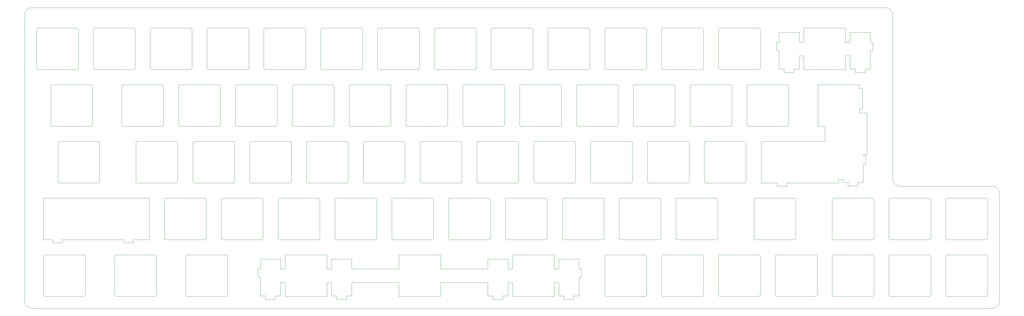
<source format=gm1>
G04 #@! TF.GenerationSoftware,KiCad,Pcbnew,(5.1.10)-1*
G04 #@! TF.CreationDate,2021-08-04T14:56:31+01:00*
G04 #@! TF.ProjectId,EnvKB65-SwitchPlate,456e764b-4236-4352-9d53-776974636850,rev?*
G04 #@! TF.SameCoordinates,Original*
G04 #@! TF.FileFunction,Profile,NP*
%FSLAX46Y46*%
G04 Gerber Fmt 4.6, Leading zero omitted, Abs format (unit mm)*
G04 Created by KiCad (PCBNEW (5.1.10)-1) date 2021-08-04 14:56:31*
%MOMM*%
%LPD*%
G01*
G04 APERTURE LIST*
G04 #@! TA.AperFunction,Profile*
%ADD10C,0.100000*%
G04 #@! TD*
G04 APERTURE END LIST*
D10*
X350025000Y-97650000D02*
X64012500Y-97650000D01*
X341450000Y-124803800D02*
X341450000Y-123553900D01*
X342581000Y-147304400D02*
X342581000Y-147078200D01*
X342581000Y-147078200D02*
X343831000Y-147078200D01*
X342360000Y-124803800D02*
X341450000Y-124803800D01*
X343831000Y-147078200D02*
X343831000Y-133078900D01*
X341450000Y-133078900D02*
X341450000Y-131553501D01*
X342360000Y-131553501D02*
X342360000Y-124803800D01*
X341450000Y-123553900D02*
X327450000Y-123553900D01*
X343831000Y-133078900D02*
X341450000Y-133078900D01*
X343405000Y-147304400D02*
X342581000Y-147304400D01*
X341450000Y-131553501D02*
X342360000Y-131553501D01*
X317054000Y-156603200D02*
X334306000Y-156603200D01*
X317054000Y-157573400D02*
X317054000Y-156603200D01*
X308400000Y-156603200D02*
X313755000Y-156603200D01*
X329830000Y-137553200D02*
X329830000Y-142603900D01*
X313755000Y-157573400D02*
X317054000Y-157573400D01*
X313755000Y-156603200D02*
X313755000Y-157573400D01*
X327450000Y-123553900D02*
X327450000Y-137553200D01*
X327450000Y-137553200D02*
X329830000Y-137553200D01*
X329830000Y-142603900D02*
X308400000Y-142603900D01*
X308400000Y-142603900D02*
X308400000Y-156603200D01*
X343405000Y-150103300D02*
X343405000Y-147304400D01*
X342581000Y-150103300D02*
X343405000Y-150103300D01*
X342581000Y-156373200D02*
X342581000Y-150103300D01*
X334306000Y-155353300D02*
X335830000Y-155353300D01*
X340856000Y-156373200D02*
X342581000Y-156373200D01*
X340856000Y-157573400D02*
X340856000Y-156373200D01*
X337555000Y-157573400D02*
X340856000Y-157573400D01*
X335830000Y-156373200D02*
X337555000Y-156373200D01*
X337555000Y-156373200D02*
X337555000Y-157573400D01*
X335830000Y-155353300D02*
X335830000Y-156373200D01*
X334306000Y-156603200D02*
X334306000Y-155353300D01*
X322688000Y-104503900D02*
X322688000Y-109204400D01*
X314413000Y-109204400D02*
X313587000Y-109204400D01*
X314413000Y-105974300D02*
X314413000Y-109204400D01*
X321162000Y-105974300D02*
X314413000Y-105974300D01*
X322688000Y-109204400D02*
X321162000Y-109204400D01*
X321162000Y-109204400D02*
X321162000Y-105974300D01*
X140580000Y-185404400D02*
X139755900Y-185404400D01*
X171131000Y-194473230D02*
X171131000Y-190004270D01*
X145605600Y-194473230D02*
X147331100Y-194473230D01*
X140580000Y-188203160D02*
X140580000Y-194473230D01*
X169406000Y-194473230D02*
X171131000Y-194473230D01*
X169406000Y-195673500D02*
X169406000Y-194473230D01*
X166105000Y-195673500D02*
X169406000Y-195673500D01*
X162855800Y-190004270D02*
X164380000Y-190004270D01*
X166105000Y-194473230D02*
X166105000Y-195673500D01*
X148855100Y-190004270D02*
X148855100Y-194703360D01*
X164380000Y-194473230D02*
X166105000Y-194473230D01*
X164380000Y-190004270D02*
X164380000Y-194473230D01*
X147331100Y-190004270D02*
X148855100Y-190004270D01*
X147331100Y-194473230D02*
X147331100Y-190004270D01*
X140580000Y-194473230D02*
X142305000Y-194473230D01*
X142305000Y-194473230D02*
X142305000Y-195673500D01*
X139755900Y-188203160D02*
X140580000Y-188203160D01*
X147331100Y-182174200D02*
X140580000Y-182174200D01*
X148855100Y-180703900D02*
X148855100Y-185404400D01*
X140580000Y-182174200D02*
X140580000Y-185404400D01*
X145605600Y-195673500D02*
X145605600Y-194473230D01*
X139755900Y-185404400D02*
X139755900Y-188203160D01*
X147331100Y-185404400D02*
X147331100Y-182174200D01*
X148855100Y-185404400D02*
X147331100Y-185404400D01*
X162855800Y-194703360D02*
X162855800Y-190004270D01*
X148855100Y-194703360D02*
X162855800Y-194703360D01*
X142305000Y-195673500D02*
X145605600Y-195673500D01*
X338213000Y-109204400D02*
X336687000Y-109204400D01*
X344962000Y-109204400D02*
X344962000Y-105974300D01*
X336687000Y-104503900D02*
X322688000Y-104503900D01*
X338213000Y-105974300D02*
X338213000Y-109204400D01*
X336687000Y-109204400D02*
X336687000Y-104503900D01*
X344962000Y-105974300D02*
X338213000Y-105974300D01*
X319436999Y-118273200D02*
X321162000Y-118273200D01*
X319436999Y-119473400D02*
X319436999Y-118273200D01*
X314413000Y-112003300D02*
X314413000Y-118273200D01*
X313587000Y-112003300D02*
X314413000Y-112003300D01*
X345788000Y-109204400D02*
X344962000Y-109204400D01*
X345788000Y-112003300D02*
X345788000Y-109204400D01*
X344962000Y-112003300D02*
X345788000Y-112003300D01*
X344962000Y-118273200D02*
X344962000Y-112003300D01*
X343237000Y-118273200D02*
X344962000Y-118273200D01*
X322688000Y-118503200D02*
X336687000Y-118503200D01*
X322688000Y-113804200D02*
X322688000Y-118503200D01*
X321162000Y-118273200D02*
X321162000Y-113804200D01*
X313587000Y-109204400D02*
X313587000Y-112003300D01*
X343237000Y-119473400D02*
X343237000Y-118273200D01*
X339938000Y-119473400D02*
X343237000Y-119473400D01*
X339938000Y-118273200D02*
X339938000Y-119473400D01*
X314413000Y-118273200D02*
X316136000Y-118273200D01*
X338213000Y-113804200D02*
X338213000Y-118273200D01*
X316136000Y-119473400D02*
X319436999Y-119473400D01*
X316136000Y-118273200D02*
X316136000Y-119473400D01*
X338213000Y-118273200D02*
X339938000Y-118273200D01*
X336687000Y-113804200D02*
X338213000Y-113804200D01*
X336687000Y-118503200D02*
X336687000Y-113804200D01*
X321162000Y-113804200D02*
X322688000Y-113804200D01*
X186955000Y-180703900D02*
X186955000Y-185404400D01*
X225055000Y-180703900D02*
X225055000Y-185404400D01*
X162855800Y-185404400D02*
X162855800Y-180703900D01*
X225055000Y-185404400D02*
X223531000Y-185404400D01*
X200956000Y-180703900D02*
X186955000Y-180703900D01*
X164380000Y-185404400D02*
X162855800Y-185404400D01*
X223531000Y-185404400D02*
X223531000Y-182174200D01*
X216780000Y-182174200D02*
X216780000Y-185404400D01*
X200956000Y-185404400D02*
X200956000Y-180703900D01*
X186955000Y-185404400D02*
X171131000Y-185404400D01*
X223531000Y-182174200D02*
X216780000Y-182174200D01*
X239056000Y-180703900D02*
X225055000Y-180703900D01*
X216780000Y-185404400D02*
X200956000Y-185404400D01*
X171131000Y-182174200D02*
X164380000Y-182174200D01*
X239056000Y-185404400D02*
X239056000Y-180703900D01*
X164380000Y-182174200D02*
X164380000Y-185404400D01*
X171131000Y-185404400D02*
X171131000Y-182174200D01*
X240580000Y-185404400D02*
X239056000Y-185404400D01*
X162855800Y-180703900D02*
X148855100Y-180703900D01*
X223531000Y-190004270D02*
X225055000Y-190004270D01*
X221806000Y-194473230D02*
X223531000Y-194473230D01*
X216780000Y-194473230D02*
X218505000Y-194473230D01*
X186955000Y-190004270D02*
X186955000Y-194703360D01*
X216780000Y-190004270D02*
X216780000Y-194473230D01*
X186955000Y-194703360D02*
X200956000Y-194703360D01*
X240580000Y-190004270D02*
X240580000Y-194473230D01*
X240580000Y-182174200D02*
X240580000Y-185404400D01*
X247331000Y-182174200D02*
X240580000Y-182174200D01*
X218505000Y-195673500D02*
X221806000Y-195673500D01*
X247331000Y-185404400D02*
X247331000Y-182174200D01*
X248155000Y-185404400D02*
X247331000Y-185404400D01*
X248155000Y-188203160D02*
X248155000Y-185404400D01*
X240580000Y-194473230D02*
X242305000Y-194473230D01*
X225055000Y-194703360D02*
X239056000Y-194703360D01*
X200956000Y-190004270D02*
X216780000Y-190004270D01*
X218505000Y-194473230D02*
X218505000Y-195673500D01*
X239056000Y-194703360D02*
X239056000Y-190004270D01*
X200956000Y-194703360D02*
X200956000Y-190004270D01*
X247331000Y-188203160D02*
X248155000Y-188203160D01*
X247331000Y-194473230D02*
X247331000Y-188203160D01*
X245606000Y-194473230D02*
X247331000Y-194473230D01*
X245606000Y-195673500D02*
X245606000Y-194473230D01*
X242305000Y-195673500D02*
X245606000Y-195673500D01*
X242305000Y-194473230D02*
X242305000Y-195673500D01*
X239056000Y-190004270D02*
X240580000Y-190004270D01*
X223531000Y-194473230D02*
X223531000Y-190004270D01*
X221806000Y-195673500D02*
X221806000Y-194473230D01*
X225055000Y-190004270D02*
X225055000Y-194703360D01*
X171131000Y-190004270D02*
X186955000Y-190004270D01*
X103324500Y-161654000D02*
X67893910Y-161654000D01*
X70869090Y-176623500D02*
X74168100Y-176623500D01*
X70869090Y-175653400D02*
X70869090Y-176623500D01*
X97968200Y-176623500D02*
X97968200Y-175653400D01*
X74168100Y-176623500D02*
X74168100Y-175653400D01*
X67893910Y-175653400D02*
X70869090Y-175653400D01*
X67893910Y-161654000D02*
X67893910Y-175653400D01*
X103324500Y-175653400D02*
X103324500Y-161654000D01*
X94667800Y-175653400D02*
X94667800Y-176623500D01*
X74168100Y-175653400D02*
X94667800Y-175653400D01*
X94667800Y-176623500D02*
X97968200Y-176623500D01*
X97968200Y-175653400D02*
X103324500Y-175653400D01*
X350025000Y-97650000D02*
G75*
G02*
X352525000Y-100150000I0J-2500000D01*
G01*
X352525000Y-155150000D02*
X352525000Y-100150000D01*
X355025000Y-157650000D02*
G75*
G02*
X352525000Y-155150000I0J2500000D01*
G01*
X385812500Y-157650000D02*
X355025000Y-157650000D01*
X385812500Y-157650000D02*
G75*
G02*
X388312500Y-160150000I0J-2500000D01*
G01*
X384312500Y-181200000D02*
X384312500Y-194200000D01*
X351262500Y-181200000D02*
G75*
G02*
X351762500Y-180700000I500000J0D01*
G01*
X365262500Y-194200000D02*
G75*
G02*
X364762500Y-194700000I-500000J0D01*
G01*
X351762500Y-180700000D02*
X364762500Y-180700000D01*
X332212500Y-181200000D02*
G75*
G02*
X332712500Y-180700000I500000J0D01*
G01*
X346212500Y-194200000D02*
G75*
G02*
X345712500Y-194700000I-500000J0D01*
G01*
X383812500Y-180700000D02*
G75*
G02*
X384312500Y-181200000I0J-500000D01*
G01*
X370312500Y-181200000D02*
G75*
G02*
X370812500Y-180700000I500000J0D01*
G01*
X346212500Y-181200000D02*
X346212500Y-194200000D01*
X351762500Y-194700000D02*
X364762500Y-194700000D01*
X384312500Y-194200000D02*
G75*
G02*
X383812500Y-194700000I-500000J0D01*
G01*
X364762500Y-180700000D02*
G75*
G02*
X365262500Y-181200000I0J-500000D01*
G01*
X365262500Y-181200000D02*
X365262500Y-194200000D01*
X351262500Y-181200000D02*
X351262500Y-194200000D01*
X370812500Y-180700000D02*
X383812500Y-180700000D01*
X370812500Y-194700000D02*
G75*
G02*
X370312500Y-194200000I0J500000D01*
G01*
X370312500Y-181200000D02*
X370312500Y-194200000D01*
X351762500Y-194700000D02*
G75*
G02*
X351262500Y-194200000I0J500000D01*
G01*
X345712500Y-180700000D02*
G75*
G02*
X346212500Y-181200000I0J-500000D01*
G01*
X370812500Y-194700000D02*
X383812500Y-194700000D01*
X332712500Y-194700000D02*
G75*
G02*
X332212500Y-194200000I0J500000D01*
G01*
X105206250Y-180700000D02*
G75*
G02*
X105706250Y-181200000I0J-500000D01*
G01*
X115518750Y-181200000D02*
G75*
G02*
X116018750Y-180700000I500000J0D01*
G01*
X91706250Y-181200000D02*
G75*
G02*
X92206250Y-180700000I500000J0D01*
G01*
X67893750Y-181200000D02*
X67893750Y-194200000D01*
X68393750Y-194700000D02*
X81393750Y-194700000D01*
X67893750Y-181200000D02*
G75*
G02*
X68393750Y-180700000I500000J0D01*
G01*
X105706250Y-194200000D02*
G75*
G02*
X105206250Y-194700000I-500000J0D01*
G01*
X116018750Y-194700000D02*
X129018750Y-194700000D01*
X370312500Y-162150000D02*
G75*
G02*
X370812500Y-161650000I500000J0D01*
G01*
X116018750Y-180700000D02*
X129018750Y-180700000D01*
X81393750Y-180700000D02*
G75*
G02*
X81893750Y-181200000I0J-500000D01*
G01*
X370812500Y-175650000D02*
G75*
G02*
X370312500Y-175150000I0J500000D01*
G01*
X129518750Y-181200000D02*
X129518750Y-194200000D01*
X115518750Y-181200000D02*
X115518750Y-194200000D01*
X92206250Y-194700000D02*
X105206250Y-194700000D01*
X92206250Y-194700000D02*
G75*
G02*
X91706250Y-194200000I0J500000D01*
G01*
X105706250Y-181200000D02*
X105706250Y-194200000D01*
X92206250Y-180700000D02*
X105206250Y-180700000D01*
X81893750Y-194200000D02*
G75*
G02*
X81393750Y-194700000I-500000J0D01*
G01*
X68393750Y-194700000D02*
G75*
G02*
X67893750Y-194200000I0J500000D01*
G01*
X68393750Y-180700000D02*
X81393750Y-180700000D01*
X81893750Y-181200000D02*
X81893750Y-194200000D01*
X384312500Y-162150000D02*
X384312500Y-175150000D01*
X116018750Y-194700000D02*
G75*
G02*
X115518750Y-194200000I0J500000D01*
G01*
X91706250Y-181200000D02*
X91706250Y-194200000D01*
X129018750Y-180700000D02*
G75*
G02*
X129518750Y-181200000I0J-500000D01*
G01*
X384312500Y-175150000D02*
G75*
G02*
X383812500Y-175650000I-500000J0D01*
G01*
X383812500Y-161650000D02*
G75*
G02*
X384312500Y-162150000I0J-500000D01*
G01*
X260775000Y-162150000D02*
G75*
G02*
X261275000Y-161650000I500000J0D01*
G01*
X293325000Y-161650000D02*
G75*
G02*
X293825000Y-162150000I0J-500000D01*
G01*
X274775000Y-162150000D02*
X274775000Y-175150000D01*
X332712500Y-175650000D02*
G75*
G02*
X332212500Y-175150000I0J500000D01*
G01*
X345712500Y-161650000D02*
G75*
G02*
X346212500Y-162150000I0J-500000D01*
G01*
X306018750Y-162150000D02*
G75*
G02*
X306518750Y-161650000I500000J0D01*
G01*
X280325000Y-175650000D02*
X293325000Y-175650000D01*
X280325000Y-161650000D02*
X293325000Y-161650000D01*
X346212500Y-162150000D02*
X346212500Y-175150000D01*
X217625000Y-162150000D02*
X217625000Y-175150000D01*
X332712500Y-175650000D02*
X345712500Y-175650000D01*
X236675000Y-162150000D02*
X236675000Y-175150000D01*
X320018750Y-162150000D02*
X320018750Y-175150000D01*
X279825000Y-162150000D02*
X279825000Y-175150000D01*
X274275000Y-161650000D02*
G75*
G02*
X274775000Y-162150000I0J-500000D01*
G01*
X217125000Y-161650000D02*
G75*
G02*
X217625000Y-162150000I0J-500000D01*
G01*
X293825000Y-175150000D02*
G75*
G02*
X293325000Y-175650000I-500000J0D01*
G01*
X241725000Y-162150000D02*
G75*
G02*
X242225000Y-161650000I500000J0D01*
G01*
X203625000Y-162150000D02*
G75*
G02*
X204125000Y-161650000I500000J0D01*
G01*
X255725000Y-162150000D02*
X255725000Y-175150000D01*
X223175000Y-175650000D02*
G75*
G02*
X222675000Y-175150000I0J500000D01*
G01*
X351762500Y-175650000D02*
X364762500Y-175650000D01*
X261275000Y-161650000D02*
X274275000Y-161650000D01*
X217625000Y-175150000D02*
G75*
G02*
X217125000Y-175650000I-500000J0D01*
G01*
X365262500Y-162150000D02*
X365262500Y-175150000D01*
X306018750Y-162150000D02*
X306018750Y-175150000D01*
X351262500Y-162150000D02*
X351262500Y-175150000D01*
X255225000Y-161650000D02*
G75*
G02*
X255725000Y-162150000I0J-500000D01*
G01*
X293825000Y-162150000D02*
X293825000Y-175150000D01*
X274775000Y-175150000D02*
G75*
G02*
X274275000Y-175650000I-500000J0D01*
G01*
X260775000Y-162150000D02*
X260775000Y-175150000D01*
X255725000Y-175150000D02*
G75*
G02*
X255225000Y-175650000I-500000J0D01*
G01*
X241725000Y-162150000D02*
X241725000Y-175150000D01*
X261275000Y-175650000D02*
X274275000Y-175650000D01*
X320018750Y-175150000D02*
G75*
G02*
X319518750Y-175650000I-500000J0D01*
G01*
X204125000Y-175650000D02*
G75*
G02*
X203625000Y-175150000I0J500000D01*
G01*
X242225000Y-175650000D02*
G75*
G02*
X241725000Y-175150000I0J500000D01*
G01*
X370312500Y-162150000D02*
X370312500Y-175150000D01*
X370812500Y-175650000D02*
X383812500Y-175650000D01*
X370812500Y-161650000D02*
X383812500Y-161650000D01*
X365262500Y-175150000D02*
G75*
G02*
X364762500Y-175650000I-500000J0D01*
G01*
X351762500Y-175650000D02*
G75*
G02*
X351262500Y-175150000I0J500000D01*
G01*
X306518750Y-175650000D02*
G75*
G02*
X306018750Y-175150000I0J500000D01*
G01*
X332212500Y-162150000D02*
X332212500Y-175150000D01*
X279825000Y-162150000D02*
G75*
G02*
X280325000Y-161650000I500000J0D01*
G01*
X364762500Y-161650000D02*
G75*
G02*
X365262500Y-162150000I0J-500000D01*
G01*
X242225000Y-175650000D02*
X255225000Y-175650000D01*
X261275000Y-175650000D02*
G75*
G02*
X260775000Y-175150000I0J500000D01*
G01*
X222675000Y-162150000D02*
X222675000Y-175150000D01*
X351262500Y-162150000D02*
G75*
G02*
X351762500Y-161650000I500000J0D01*
G01*
X242225000Y-161650000D02*
X255225000Y-161650000D01*
X280325000Y-175650000D02*
G75*
G02*
X279825000Y-175150000I0J500000D01*
G01*
X223175000Y-161650000D02*
X236175000Y-161650000D01*
X351762500Y-161650000D02*
X364762500Y-161650000D01*
X332712500Y-161650000D02*
X345712500Y-161650000D01*
X319518750Y-161650000D02*
G75*
G02*
X320018750Y-162150000I0J-500000D01*
G01*
X222675000Y-162150000D02*
G75*
G02*
X223175000Y-161650000I500000J0D01*
G01*
X306518750Y-161650000D02*
X319518750Y-161650000D01*
X223175000Y-175650000D02*
X236175000Y-175650000D01*
X236675000Y-175150000D02*
G75*
G02*
X236175000Y-175650000I-500000J0D01*
G01*
X346212500Y-175150000D02*
G75*
G02*
X345712500Y-175650000I-500000J0D01*
G01*
X332212500Y-162150000D02*
G75*
G02*
X332712500Y-161650000I500000J0D01*
G01*
X306518750Y-175650000D02*
X319518750Y-175650000D01*
X236175000Y-161650000D02*
G75*
G02*
X236675000Y-162150000I0J-500000D01*
G01*
X108087500Y-124050000D02*
X108087500Y-137050000D01*
X94087500Y-124050000D02*
X94087500Y-137050000D01*
X70275000Y-124050000D02*
X70275000Y-137050000D01*
X70775000Y-123550000D02*
X83775000Y-123550000D01*
X84275000Y-137050000D02*
G75*
G02*
X83775000Y-137550000I-500000J0D01*
G01*
X70775000Y-137550000D02*
G75*
G02*
X70275000Y-137050000I0J500000D01*
G01*
X83775000Y-123550000D02*
G75*
G02*
X84275000Y-124050000I0J-500000D01*
G01*
X70275000Y-124050000D02*
G75*
G02*
X70775000Y-123550000I500000J0D01*
G01*
X94587500Y-123550000D02*
X107587500Y-123550000D01*
X84275000Y-124050000D02*
X84275000Y-137050000D01*
X94587500Y-137550000D02*
G75*
G02*
X94087500Y-137050000I0J500000D01*
G01*
X70775000Y-137550000D02*
X83775000Y-137550000D01*
X94587500Y-137550000D02*
X107587500Y-137550000D01*
X107587500Y-123550000D02*
G75*
G02*
X108087500Y-124050000I0J-500000D01*
G01*
X94087500Y-124050000D02*
G75*
G02*
X94587500Y-123550000I500000J0D01*
G01*
X122662500Y-105000000D02*
X122662500Y-117999999D01*
X117612500Y-117999999D02*
G75*
G02*
X117112500Y-118499999I-500000J0D01*
G01*
X104112500Y-104500000D02*
X117112500Y-104500000D01*
X66012500Y-118499999D02*
G75*
G02*
X65512500Y-117999999I0J500000D01*
G01*
X117612500Y-105000000D02*
X117612500Y-117999999D01*
X136662500Y-105000000D02*
X136662500Y-117999999D01*
X104112500Y-118499999D02*
G75*
G02*
X103612500Y-117999999I0J500000D01*
G01*
X84562500Y-105000000D02*
X84562500Y-117999999D01*
X117112500Y-104500000D02*
G75*
G02*
X117612500Y-105000000I0J-500000D01*
G01*
X84562500Y-105000000D02*
G75*
G02*
X85062500Y-104500000I500000J0D01*
G01*
X85062500Y-118499999D02*
X98062500Y-118499999D01*
X79012499Y-104500000D02*
G75*
G02*
X79512499Y-105000000I0J-500000D01*
G01*
X79512499Y-117999999D02*
G75*
G02*
X79012499Y-118499999I-500000J0D01*
G01*
X123162500Y-118499999D02*
X136162500Y-118499999D01*
X123162500Y-104500000D02*
X136162500Y-104500000D01*
X98562500Y-117999999D02*
G75*
G02*
X98062500Y-118499999I-500000J0D01*
G01*
X103612500Y-105000000D02*
G75*
G02*
X104112500Y-104500000I500000J0D01*
G01*
X104112500Y-118499999D02*
X117112500Y-118499999D01*
X85062500Y-118499999D02*
G75*
G02*
X84562500Y-117999999I0J500000D01*
G01*
X85062500Y-104500000D02*
X98062500Y-104500000D01*
X103612500Y-105000000D02*
X103612500Y-117999999D01*
X98062500Y-104500000D02*
G75*
G02*
X98562500Y-105000000I0J-500000D01*
G01*
X98562500Y-105000000D02*
X98562500Y-117999999D01*
X129518750Y-194200000D02*
G75*
G02*
X129018750Y-194700000I-500000J0D01*
G01*
X327162500Y-181200000D02*
X327162500Y-194200000D01*
X313662500Y-180700000D02*
X326662500Y-180700000D01*
X294112500Y-181200000D02*
G75*
G02*
X294612500Y-180700000I500000J0D01*
G01*
X308112500Y-181200000D02*
X308112500Y-194200000D01*
X275562500Y-180700000D02*
X288562500Y-180700000D01*
X294612500Y-194700000D02*
X307612500Y-194700000D01*
X294612500Y-180700000D02*
X307612500Y-180700000D01*
X288562500Y-180700000D02*
G75*
G02*
X289062500Y-181200000I0J-500000D01*
G01*
X289062500Y-181200000D02*
X289062500Y-194200000D01*
X269512500Y-180700000D02*
G75*
G02*
X270012500Y-181200000I0J-500000D01*
G01*
X256012500Y-181200000D02*
G75*
G02*
X256512500Y-180700000I500000J0D01*
G01*
X270012500Y-181200000D02*
X270012500Y-194200000D01*
X256512500Y-194700000D02*
X269512500Y-194700000D01*
X256512500Y-180700000D02*
X269512500Y-180700000D01*
X256012500Y-181200000D02*
X256012500Y-194200000D01*
X270012500Y-194200000D02*
G75*
G02*
X269512500Y-194700000I-500000J0D01*
G01*
X332212500Y-181200000D02*
X332212500Y-194200000D01*
X332712500Y-194700000D02*
X345712500Y-194700000D01*
X332712500Y-180700000D02*
X345712500Y-180700000D01*
X327162500Y-194200000D02*
G75*
G02*
X326662500Y-194700000I-500000J0D01*
G01*
X313662500Y-194700000D02*
G75*
G02*
X313162500Y-194200000I0J500000D01*
G01*
X326662500Y-180700000D02*
G75*
G02*
X327162500Y-181200000I0J-500000D01*
G01*
X313162500Y-181200000D02*
X313162500Y-194200000D01*
X308112500Y-194200000D02*
G75*
G02*
X307612500Y-194700000I-500000J0D01*
G01*
X294612500Y-194700000D02*
G75*
G02*
X294112500Y-194200000I0J500000D01*
G01*
X307612500Y-180700000D02*
G75*
G02*
X308112500Y-181200000I0J-500000D01*
G01*
X289062500Y-194200000D02*
G75*
G02*
X288562500Y-194700000I-500000J0D01*
G01*
X275062500Y-181200000D02*
X275062500Y-194200000D01*
X294112500Y-181200000D02*
X294112500Y-194200000D01*
X256512500Y-194700000D02*
G75*
G02*
X256012500Y-194200000I0J500000D01*
G01*
X313662500Y-194700000D02*
X326662500Y-194700000D01*
X275562500Y-194700000D02*
X288562500Y-194700000D01*
X313162500Y-181200000D02*
G75*
G02*
X313662500Y-180700000I500000J0D01*
G01*
X275562500Y-194700000D02*
G75*
G02*
X275062500Y-194200000I0J500000D01*
G01*
X275062500Y-181200000D02*
G75*
G02*
X275562500Y-180700000I500000J0D01*
G01*
X208887500Y-123550000D02*
X221887500Y-123550000D01*
X203337500Y-137050000D02*
G75*
G02*
X202837500Y-137550000I-500000J0D01*
G01*
X151237500Y-124050000D02*
G75*
G02*
X151737500Y-123550000I500000J0D01*
G01*
X113637500Y-137550000D02*
G75*
G02*
X113137500Y-137050000I0J500000D01*
G01*
X189337500Y-124050000D02*
X189337500Y-137050000D01*
X184287500Y-124050000D02*
X184287500Y-137050000D01*
X189837500Y-137550000D02*
G75*
G02*
X189337500Y-137050000I0J500000D01*
G01*
X202837500Y-123550000D02*
G75*
G02*
X203337500Y-124050000I0J-500000D01*
G01*
X113137500Y-124050000D02*
G75*
G02*
X113637500Y-123550000I500000J0D01*
G01*
X189337500Y-124050000D02*
G75*
G02*
X189837500Y-123550000I500000J0D01*
G01*
X132687500Y-123550000D02*
X145687500Y-123550000D01*
X203337500Y-124050000D02*
X203337500Y-137050000D01*
X189837500Y-137550000D02*
X202837500Y-137550000D01*
X170787500Y-123550000D02*
X183787500Y-123550000D01*
X145687500Y-123550000D02*
G75*
G02*
X146187500Y-124050000I0J-500000D01*
G01*
X132187500Y-124050000D02*
G75*
G02*
X132687500Y-123550000I500000J0D01*
G01*
X113637500Y-123550000D02*
X126637500Y-123550000D01*
X189837500Y-123550000D02*
X202837500Y-123550000D01*
X170787500Y-137550000D02*
G75*
G02*
X170287500Y-137050000I0J500000D01*
G01*
X170287500Y-124050000D02*
G75*
G02*
X170787500Y-123550000I500000J0D01*
G01*
X132687500Y-137550000D02*
G75*
G02*
X132187500Y-137050000I0J500000D01*
G01*
X127137500Y-137050000D02*
G75*
G02*
X126637500Y-137550000I-500000J0D01*
G01*
X151737500Y-123550000D02*
X164737500Y-123550000D01*
X146187500Y-124050000D02*
X146187500Y-137050000D01*
X170787500Y-137550000D02*
X183787500Y-137550000D01*
X108087500Y-137050000D02*
G75*
G02*
X107587500Y-137550000I-500000J0D01*
G01*
X146187500Y-137050000D02*
G75*
G02*
X145687500Y-137550000I-500000J0D01*
G01*
X208387500Y-124050000D02*
G75*
G02*
X208887500Y-123550000I500000J0D01*
G01*
X151237500Y-124050000D02*
X151237500Y-137050000D01*
X222387500Y-124050000D02*
X222387500Y-137050000D01*
X184287500Y-137050000D02*
G75*
G02*
X183787500Y-137550000I-500000J0D01*
G01*
X170287500Y-124050000D02*
X170287500Y-137050000D01*
X165237500Y-124050000D02*
X165237500Y-137050000D01*
X132187500Y-124050000D02*
X132187500Y-137050000D01*
X127137500Y-124050000D02*
X127137500Y-137050000D01*
X183787500Y-123550000D02*
G75*
G02*
X184287500Y-124050000I0J-500000D01*
G01*
X164737500Y-123550000D02*
G75*
G02*
X165237500Y-124050000I0J-500000D01*
G01*
X113637500Y-137550000D02*
X126637500Y-137550000D01*
X132687500Y-137550000D02*
X145687500Y-137550000D01*
X151737500Y-137550000D02*
X164737500Y-137550000D01*
X126637500Y-123550000D02*
G75*
G02*
X127137500Y-124050000I0J-500000D01*
G01*
X151737500Y-137550000D02*
G75*
G02*
X151237500Y-137050000I0J500000D01*
G01*
X113137500Y-124050000D02*
X113137500Y-137050000D01*
X165237500Y-137050000D02*
G75*
G02*
X164737500Y-137550000I-500000J0D01*
G01*
X208387500Y-124050000D02*
X208387500Y-137050000D01*
X208887500Y-137550000D02*
X221887500Y-137550000D01*
X79512499Y-105000000D02*
X79512499Y-117999999D01*
X66012500Y-104500000D02*
X79012499Y-104500000D01*
X65512500Y-105000000D02*
G75*
G02*
X66012500Y-104500000I500000J0D01*
G01*
X65512500Y-105000000D02*
X65512500Y-117999999D01*
X66012500Y-118499999D02*
X79012499Y-118499999D01*
X99350000Y-156600000D02*
G75*
G02*
X98850000Y-156100000I0J500000D01*
G01*
X72656250Y-143100000D02*
X72656250Y-156100000D01*
X86656250Y-143100000D02*
X86656250Y-156100000D01*
X137450000Y-142600000D02*
X150450000Y-142600000D01*
X131900000Y-156100000D02*
G75*
G02*
X131400000Y-156600000I-500000J0D01*
G01*
X118400000Y-156600000D02*
X131400000Y-156600000D01*
X98850000Y-143100000D02*
G75*
G02*
X99350000Y-142600000I500000J0D01*
G01*
X118400000Y-142600000D02*
X131400000Y-142600000D01*
X86156250Y-142600000D02*
G75*
G02*
X86656250Y-143100000I0J-500000D01*
G01*
X72656250Y-143100000D02*
G75*
G02*
X73156250Y-142600000I500000J0D01*
G01*
X112850000Y-143100000D02*
X112850000Y-156100000D01*
X98850000Y-143100000D02*
X98850000Y-156100000D01*
X86656250Y-156100000D02*
G75*
G02*
X86156250Y-156600000I-500000J0D01*
G01*
X73156250Y-156600000D02*
G75*
G02*
X72656250Y-156100000I0J500000D01*
G01*
X118400000Y-156600000D02*
G75*
G02*
X117900000Y-156100000I0J500000D01*
G01*
X131400000Y-142600000D02*
G75*
G02*
X131900000Y-143100000I0J-500000D01*
G01*
X112850000Y-156100000D02*
G75*
G02*
X112350000Y-156600000I-500000J0D01*
G01*
X131900000Y-143100000D02*
X131900000Y-156100000D01*
X117900000Y-143100000D02*
G75*
G02*
X118400000Y-142600000I500000J0D01*
G01*
X99350000Y-142600000D02*
X112350000Y-142600000D01*
X73156250Y-156600000D02*
X86156250Y-156600000D01*
X73156250Y-142600000D02*
X86156250Y-142600000D01*
X117900000Y-143100000D02*
X117900000Y-156100000D01*
X112350000Y-142600000D02*
G75*
G02*
X112850000Y-143100000I0J-500000D01*
G01*
X99350000Y-156600000D02*
X112350000Y-156600000D01*
X308112500Y-105000000D02*
X308112500Y-117999999D01*
X308112500Y-117999999D02*
G75*
G02*
X307612500Y-118499999I-500000J0D01*
G01*
X294112500Y-105000000D02*
G75*
G02*
X294612500Y-104500000I500000J0D01*
G01*
X294112500Y-105000000D02*
X294112500Y-117999999D01*
X294612500Y-118499999D02*
X307612500Y-118499999D01*
X294612500Y-118499999D02*
G75*
G02*
X294112500Y-117999999I0J500000D01*
G01*
X307612500Y-104500000D02*
G75*
G02*
X308112500Y-105000000I0J-500000D01*
G01*
X289062500Y-117999999D02*
G75*
G02*
X288562500Y-118499999I-500000J0D01*
G01*
X288562500Y-104500000D02*
G75*
G02*
X289062500Y-105000000I0J-500000D01*
G01*
X275062500Y-105000000D02*
X275062500Y-117999999D01*
X256512500Y-118499999D02*
G75*
G02*
X256012500Y-117999999I0J500000D01*
G01*
X269512500Y-104500000D02*
G75*
G02*
X270012500Y-105000000I0J-500000D01*
G01*
X237462500Y-118499999D02*
G75*
G02*
X236962500Y-117999999I0J500000D01*
G01*
X236962500Y-105000000D02*
X236962500Y-117999999D01*
X275562500Y-118499999D02*
G75*
G02*
X275062500Y-117999999I0J500000D01*
G01*
X275062500Y-105000000D02*
G75*
G02*
X275562500Y-104500000I500000J0D01*
G01*
X289062500Y-105000000D02*
X289062500Y-117999999D01*
X250962500Y-117999999D02*
G75*
G02*
X250462500Y-118499999I-500000J0D01*
G01*
X250962500Y-105000000D02*
X250962500Y-117999999D01*
X275562500Y-118499999D02*
X288562500Y-118499999D01*
X256512500Y-118499999D02*
X269512500Y-118499999D01*
X275562500Y-104500000D02*
X288562500Y-104500000D01*
X256012500Y-105000000D02*
G75*
G02*
X256512500Y-104500000I500000J0D01*
G01*
X270012500Y-105000000D02*
X270012500Y-117999999D01*
X250462500Y-104500000D02*
G75*
G02*
X250962500Y-105000000I0J-500000D01*
G01*
X236962500Y-105000000D02*
G75*
G02*
X237462500Y-104500000I500000J0D01*
G01*
X256512500Y-104500000D02*
X269512500Y-104500000D01*
X256012500Y-105000000D02*
X256012500Y-117999999D01*
X270012500Y-117999999D02*
G75*
G02*
X269512500Y-118499999I-500000J0D01*
G01*
X294612500Y-104500000D02*
X307612500Y-104500000D01*
X193312499Y-104500000D02*
G75*
G02*
X193812499Y-105000000I0J-500000D01*
G01*
X198862500Y-105000000D02*
X198862500Y-117999999D01*
X218412500Y-118499999D02*
G75*
G02*
X217912500Y-117999999I0J500000D01*
G01*
X237462500Y-118499999D02*
X250462500Y-118499999D01*
X193812499Y-117999999D02*
G75*
G02*
X193312499Y-118499999I-500000J0D01*
G01*
X218412500Y-104500000D02*
X231412500Y-104500000D01*
X237462500Y-104500000D02*
X250462500Y-104500000D01*
X231912500Y-117999999D02*
G75*
G02*
X231412500Y-118499999I-500000J0D01*
G01*
X217912500Y-105000000D02*
G75*
G02*
X218412500Y-104500000I500000J0D01*
G01*
X199362500Y-118499999D02*
X212362500Y-118499999D01*
X212862500Y-117999999D02*
G75*
G02*
X212362500Y-118499999I-500000J0D01*
G01*
X179812500Y-105000000D02*
G75*
G02*
X180312500Y-104500000I500000J0D01*
G01*
X193812499Y-105000000D02*
X193812499Y-117999999D01*
X231412500Y-104500000D02*
G75*
G02*
X231912500Y-105000000I0J-500000D01*
G01*
X231912500Y-105000000D02*
X231912500Y-117999999D01*
X217912500Y-105000000D02*
X217912500Y-117999999D01*
X199362500Y-104500000D02*
X212362500Y-104500000D01*
X218412500Y-118499999D02*
X231412500Y-118499999D01*
X199362500Y-118499999D02*
G75*
G02*
X198862500Y-117999999I0J500000D01*
G01*
X212362500Y-104500000D02*
G75*
G02*
X212862500Y-105000000I0J-500000D01*
G01*
X198862500Y-105000000D02*
G75*
G02*
X199362500Y-104500000I500000J0D01*
G01*
X212862500Y-105000000D02*
X212862500Y-117999999D01*
X180312500Y-118499999D02*
G75*
G02*
X179812500Y-117999999I0J500000D01*
G01*
X142212500Y-118499999D02*
X155212500Y-118499999D01*
X179812500Y-105000000D02*
X179812500Y-117999999D01*
X174262500Y-104500000D02*
G75*
G02*
X174762500Y-105000000I0J-500000D01*
G01*
X160762500Y-105000000D02*
G75*
G02*
X161262500Y-104500000I500000J0D01*
G01*
X141712500Y-105000000D02*
G75*
G02*
X142212500Y-104500000I500000J0D01*
G01*
X136662500Y-117999999D02*
G75*
G02*
X136162500Y-118499999I-500000J0D01*
G01*
X180312500Y-118499999D02*
X193312499Y-118499999D01*
X180312500Y-104500000D02*
X193312499Y-104500000D01*
X161262500Y-118499999D02*
G75*
G02*
X160762500Y-117999999I0J500000D01*
G01*
X122662500Y-105000000D02*
G75*
G02*
X123162500Y-104500000I500000J0D01*
G01*
X155712500Y-105000000D02*
X155712500Y-117999999D01*
X174762500Y-117999999D02*
G75*
G02*
X174262500Y-118499999I-500000J0D01*
G01*
X174762500Y-105000000D02*
X174762500Y-117999999D01*
X160762500Y-105000000D02*
X160762500Y-117999999D01*
X155712500Y-117999999D02*
G75*
G02*
X155212500Y-118499999I-500000J0D01*
G01*
X136162500Y-104500000D02*
G75*
G02*
X136662500Y-105000000I0J-500000D01*
G01*
X142212500Y-118499999D02*
G75*
G02*
X141712500Y-117999999I0J500000D01*
G01*
X161262500Y-118499999D02*
X174262500Y-118499999D01*
X142212500Y-104500000D02*
X155212500Y-104500000D01*
X161262500Y-104500000D02*
X174262500Y-104500000D01*
X123162500Y-118499999D02*
G75*
G02*
X122662500Y-117999999I0J500000D01*
G01*
X141712500Y-105000000D02*
X141712500Y-117999999D01*
X155212500Y-104500000D02*
G75*
G02*
X155712500Y-105000000I0J-500000D01*
G01*
X204125000Y-175650000D02*
X217125000Y-175650000D01*
X185075000Y-175650000D02*
G75*
G02*
X184575000Y-175150000I0J500000D01*
G01*
X146475000Y-162150000D02*
G75*
G02*
X146975000Y-161650000I500000J0D01*
G01*
X185075000Y-175650000D02*
X198075000Y-175650000D01*
X179525000Y-175150000D02*
G75*
G02*
X179025000Y-175650000I-500000J0D01*
G01*
X160475000Y-162150000D02*
X160475000Y-175150000D01*
X198075000Y-161650000D02*
G75*
G02*
X198575000Y-162150000I0J-500000D01*
G01*
X184575000Y-162150000D02*
G75*
G02*
X185075000Y-161650000I500000J0D01*
G01*
X146975000Y-175650000D02*
G75*
G02*
X146475000Y-175150000I0J500000D01*
G01*
X198575000Y-162150000D02*
X198575000Y-175150000D01*
X166025000Y-175650000D02*
G75*
G02*
X165525000Y-175150000I0J500000D01*
G01*
X166025000Y-161650000D02*
X179025000Y-161650000D01*
X160475000Y-175150000D02*
G75*
G02*
X159975000Y-175650000I-500000J0D01*
G01*
X198575000Y-175150000D02*
G75*
G02*
X198075000Y-175650000I-500000J0D01*
G01*
X179525000Y-162150000D02*
X179525000Y-175150000D01*
X184575000Y-162150000D02*
X184575000Y-175150000D01*
X146975000Y-161650000D02*
X159975000Y-161650000D01*
X166025000Y-175650000D02*
X179025000Y-175650000D01*
X165525000Y-162150000D02*
G75*
G02*
X166025000Y-161650000I500000J0D01*
G01*
X165525000Y-162150000D02*
X165525000Y-175150000D01*
X141425000Y-175150000D02*
G75*
G02*
X140925000Y-175650000I-500000J0D01*
G01*
X185075000Y-161650000D02*
X198075000Y-161650000D01*
X146475000Y-162150000D02*
X146475000Y-175150000D01*
X159975000Y-161650000D02*
G75*
G02*
X160475000Y-162150000I0J-500000D01*
G01*
X204125000Y-161650000D02*
X217125000Y-161650000D01*
X179025000Y-161650000D02*
G75*
G02*
X179525000Y-162150000I0J-500000D01*
G01*
X146975000Y-175650000D02*
X159975000Y-175650000D01*
X203625000Y-162150000D02*
X203625000Y-175150000D01*
X122375000Y-162150000D02*
X122375000Y-175150000D01*
X265250000Y-143100000D02*
X265250000Y-156100000D01*
X303350000Y-143100000D02*
X303350000Y-156100000D01*
X265250000Y-156100000D02*
G75*
G02*
X264750000Y-156600000I-500000J0D01*
G01*
X108875000Y-161650000D02*
X121875000Y-161650000D01*
X251750000Y-142600000D02*
X264750000Y-142600000D01*
X289850000Y-156600000D02*
X302850000Y-156600000D01*
X270300000Y-143100000D02*
G75*
G02*
X270800000Y-142600000I500000J0D01*
G01*
X289850000Y-156600000D02*
G75*
G02*
X289350000Y-156100000I0J500000D01*
G01*
X289350000Y-143100000D02*
X289350000Y-156100000D01*
X302850000Y-142600000D02*
G75*
G02*
X303350000Y-143100000I0J-500000D01*
G01*
X270800000Y-142600000D02*
X283800000Y-142600000D01*
X246200000Y-156100000D02*
G75*
G02*
X245700000Y-156600000I-500000J0D01*
G01*
X289350000Y-143100000D02*
G75*
G02*
X289850000Y-142600000I500000J0D01*
G01*
X284300000Y-156100000D02*
G75*
G02*
X283800000Y-156600000I-500000J0D01*
G01*
X270800000Y-156600000D02*
G75*
G02*
X270300000Y-156100000I0J500000D01*
G01*
X251750000Y-156600000D02*
G75*
G02*
X251250000Y-156100000I0J500000D01*
G01*
X303350000Y-156100000D02*
G75*
G02*
X302850000Y-156600000I-500000J0D01*
G01*
X121875000Y-161650000D02*
G75*
G02*
X122375000Y-162150000I0J-500000D01*
G01*
X284300000Y-143100000D02*
X284300000Y-156100000D01*
X127925000Y-175650000D02*
G75*
G02*
X127425000Y-175150000I0J500000D01*
G01*
X289850000Y-142600000D02*
X302850000Y-142600000D01*
X270300000Y-143100000D02*
X270300000Y-156100000D01*
X140925000Y-161650000D02*
G75*
G02*
X141425000Y-162150000I0J-500000D01*
G01*
X251250000Y-143100000D02*
G75*
G02*
X251750000Y-142600000I500000J0D01*
G01*
X264750000Y-142600000D02*
G75*
G02*
X265250000Y-143100000I0J-500000D01*
G01*
X251750000Y-156600000D02*
X264750000Y-156600000D01*
X127425000Y-162150000D02*
G75*
G02*
X127925000Y-161650000I500000J0D01*
G01*
X141425000Y-162150000D02*
X141425000Y-175150000D01*
X122375000Y-175150000D02*
G75*
G02*
X121875000Y-175650000I-500000J0D01*
G01*
X108375000Y-162150000D02*
X108375000Y-175150000D01*
X270800000Y-156600000D02*
X283800000Y-156600000D01*
X127425000Y-162150000D02*
X127425000Y-175150000D01*
X251250000Y-143100000D02*
X251250000Y-156100000D01*
X127925000Y-175650000D02*
X140925000Y-175650000D01*
X127925000Y-161650000D02*
X140925000Y-161650000D01*
X108875000Y-175650000D02*
X121875000Y-175650000D01*
X283800000Y-142600000D02*
G75*
G02*
X284300000Y-143100000I0J-500000D01*
G01*
X108875000Y-175650000D02*
G75*
G02*
X108375000Y-175150000I0J500000D01*
G01*
X108375000Y-162150000D02*
G75*
G02*
X108875000Y-161650000I500000J0D01*
G01*
X221887500Y-123550000D02*
G75*
G02*
X222387500Y-124050000I0J-500000D01*
G01*
X266037500Y-137550000D02*
G75*
G02*
X265537500Y-137050000I0J500000D01*
G01*
X246987500Y-137550000D02*
X259987500Y-137550000D01*
X246987500Y-123550000D02*
X259987500Y-123550000D01*
X241437500Y-137050000D02*
G75*
G02*
X240937500Y-137550000I-500000J0D01*
G01*
X227937500Y-137550000D02*
X240937500Y-137550000D01*
X279037500Y-123550000D02*
G75*
G02*
X279537500Y-124050000I0J-500000D01*
G01*
X227437500Y-124050000D02*
G75*
G02*
X227937500Y-123550000I500000J0D01*
G01*
X227937500Y-137550000D02*
G75*
G02*
X227437500Y-137050000I0J500000D01*
G01*
X284587500Y-124050000D02*
X284587500Y-137050000D01*
X285087500Y-123550000D02*
X298087500Y-123550000D01*
X265537500Y-124050000D02*
X265537500Y-137050000D01*
X259987500Y-123550000D02*
G75*
G02*
X260487500Y-124050000I0J-500000D01*
G01*
X260487500Y-137050000D02*
G75*
G02*
X259987500Y-137550000I-500000J0D01*
G01*
X241437500Y-124050000D02*
X241437500Y-137050000D01*
X246487500Y-124050000D02*
X246487500Y-137050000D01*
X285087500Y-137550000D02*
X298087500Y-137550000D01*
X260487500Y-124050000D02*
X260487500Y-137050000D01*
X317637500Y-137050000D02*
G75*
G02*
X317137500Y-137550000I-500000J0D01*
G01*
X240937500Y-123550000D02*
G75*
G02*
X241437500Y-124050000I0J-500000D01*
G01*
X279537500Y-137050000D02*
G75*
G02*
X279037500Y-137550000I-500000J0D01*
G01*
X304137500Y-137550000D02*
G75*
G02*
X303637500Y-137050000I0J500000D01*
G01*
X303637500Y-124050000D02*
X303637500Y-137050000D01*
X317137500Y-123550000D02*
G75*
G02*
X317637500Y-124050000I0J-500000D01*
G01*
X303637500Y-124050000D02*
G75*
G02*
X304137500Y-123550000I500000J0D01*
G01*
X298087500Y-123550000D02*
G75*
G02*
X298587500Y-124050000I0J-500000D01*
G01*
X222387500Y-137050000D02*
G75*
G02*
X221887500Y-137550000I-500000J0D01*
G01*
X227937500Y-123550000D02*
X240937500Y-123550000D01*
X317637500Y-124050000D02*
X317637500Y-137050000D01*
X304137500Y-137550000D02*
X317137500Y-137550000D01*
X266037500Y-137550000D02*
X279037500Y-137550000D01*
X304137500Y-123550000D02*
X317137500Y-123550000D01*
X227437500Y-124050000D02*
X227437500Y-137050000D01*
X298587500Y-137050000D02*
G75*
G02*
X298087500Y-137550000I-500000J0D01*
G01*
X285087500Y-137550000D02*
G75*
G02*
X284587500Y-137050000I0J500000D01*
G01*
X284587500Y-124050000D02*
G75*
G02*
X285087500Y-123550000I500000J0D01*
G01*
X279537500Y-124050000D02*
X279537500Y-137050000D01*
X298587500Y-124050000D02*
X298587500Y-137050000D01*
X265537500Y-124050000D02*
G75*
G02*
X266037500Y-123550000I500000J0D01*
G01*
X266037500Y-123550000D02*
X279037500Y-123550000D01*
X208887500Y-137550000D02*
G75*
G02*
X208387500Y-137050000I0J500000D01*
G01*
X246487500Y-124050000D02*
G75*
G02*
X246987500Y-123550000I500000J0D01*
G01*
X246987500Y-137550000D02*
G75*
G02*
X246487500Y-137050000I0J500000D01*
G01*
X150450000Y-142600000D02*
G75*
G02*
X150950000Y-143100000I0J-500000D01*
G01*
X137450000Y-156600000D02*
X150450000Y-156600000D01*
X245700000Y-142600000D02*
G75*
G02*
X246200000Y-143100000I0J-500000D01*
G01*
X232700000Y-156600000D02*
X245700000Y-156600000D01*
X232700000Y-142600000D02*
X245700000Y-142600000D01*
X156500000Y-142600000D02*
X169500000Y-142600000D01*
X213650000Y-142600000D02*
X226650000Y-142600000D01*
X175050000Y-143100000D02*
X175050000Y-156100000D01*
X169500000Y-142600000D02*
G75*
G02*
X170000000Y-143100000I0J-500000D01*
G01*
X150950000Y-156100000D02*
G75*
G02*
X150450000Y-156600000I-500000J0D01*
G01*
X170000000Y-156100000D02*
G75*
G02*
X169500000Y-156600000I-500000J0D01*
G01*
X194600000Y-156600000D02*
G75*
G02*
X194100000Y-156100000I0J500000D01*
G01*
X207600000Y-142600000D02*
G75*
G02*
X208100000Y-143100000I0J-500000D01*
G01*
X194100000Y-143100000D02*
G75*
G02*
X194600000Y-142600000I500000J0D01*
G01*
X175550000Y-156600000D02*
X188550000Y-156600000D01*
X150950000Y-143100000D02*
X150950000Y-156100000D01*
X175550000Y-156600000D02*
G75*
G02*
X175050000Y-156100000I0J500000D01*
G01*
X188550000Y-142600000D02*
G75*
G02*
X189050000Y-143100000I0J-500000D01*
G01*
X137450000Y-156600000D02*
G75*
G02*
X136950000Y-156100000I0J500000D01*
G01*
X232700000Y-156600000D02*
G75*
G02*
X232200000Y-156100000I0J500000D01*
G01*
X194600000Y-156600000D02*
X207600000Y-156600000D01*
X213150000Y-143100000D02*
X213150000Y-156100000D01*
X232200000Y-143100000D02*
X232200000Y-156100000D01*
X232200000Y-143100000D02*
G75*
G02*
X232700000Y-142600000I500000J0D01*
G01*
X213650000Y-156600000D02*
G75*
G02*
X213150000Y-156100000I0J500000D01*
G01*
X227150000Y-143100000D02*
X227150000Y-156100000D01*
X170000000Y-143100000D02*
X170000000Y-156100000D01*
X175050000Y-143100000D02*
G75*
G02*
X175550000Y-142600000I500000J0D01*
G01*
X226650000Y-142600000D02*
G75*
G02*
X227150000Y-143100000I0J-500000D01*
G01*
X194100000Y-143100000D02*
X194100000Y-156100000D01*
X156000000Y-143100000D02*
X156000000Y-156100000D01*
X156500000Y-156600000D02*
G75*
G02*
X156000000Y-156100000I0J500000D01*
G01*
X189050000Y-156100000D02*
G75*
G02*
X188550000Y-156600000I-500000J0D01*
G01*
X213650000Y-156600000D02*
X226650000Y-156600000D01*
X227150000Y-156100000D02*
G75*
G02*
X226650000Y-156600000I-500000J0D01*
G01*
X194600000Y-142600000D02*
X207600000Y-142600000D01*
X246200000Y-143100000D02*
X246200000Y-156100000D01*
X136950000Y-143100000D02*
X136950000Y-156100000D01*
X213150000Y-143100000D02*
G75*
G02*
X213650000Y-142600000I500000J0D01*
G01*
X156500000Y-156600000D02*
X169500000Y-156600000D01*
X208100000Y-143100000D02*
X208100000Y-156100000D01*
X156000000Y-143100000D02*
G75*
G02*
X156500000Y-142600000I500000J0D01*
G01*
X136950000Y-143100000D02*
G75*
G02*
X137450000Y-142600000I500000J0D01*
G01*
X208100000Y-156100000D02*
G75*
G02*
X207600000Y-156600000I-500000J0D01*
G01*
X189050000Y-143100000D02*
X189050000Y-156100000D01*
X175550000Y-142600000D02*
X188550000Y-142600000D01*
X64012500Y-198700000D02*
G75*
G02*
X61512500Y-196200000I0J2500000D01*
G01*
X388312500Y-196200000D02*
G75*
G02*
X385812500Y-198700000I-2500000J0D01*
G01*
X61512500Y-100150000D02*
G75*
G02*
X64012500Y-97650000I2500000J0D01*
G01*
X61512500Y-196200000D02*
X61512500Y-100150000D01*
X64012500Y-198700000D02*
X385812500Y-198700000D01*
X388312500Y-196200000D02*
X388312500Y-160150000D01*
M02*

</source>
